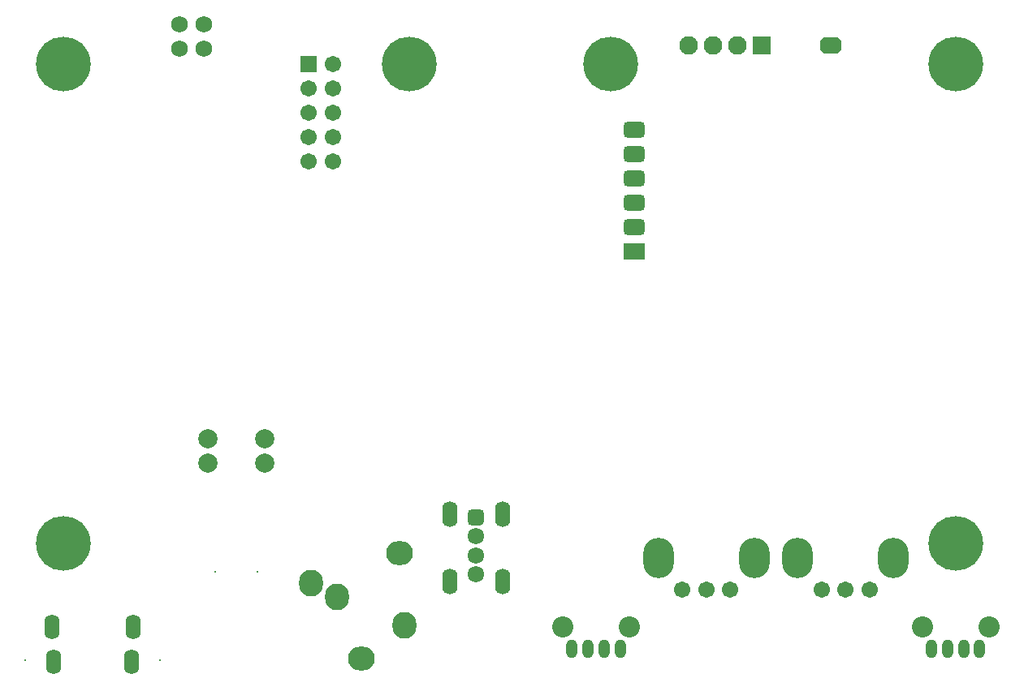
<source format=gbs>
G04 Layer_Color=8150272*
%FSLAX25Y25*%
%MOIN*%
G70*
G01*
G75*
%ADD71C,0.22453*%
G04:AMPARAMS|DCode=72|XSize=68mil|YSize=88mil|CornerRadius=19mil|HoleSize=0mil|Usage=FLASHONLY|Rotation=90.000|XOffset=0mil|YOffset=0mil|HoleType=Round|Shape=RoundedRectangle|*
%AMROUNDEDRECTD72*
21,1,0.06800,0.05000,0,0,90.0*
21,1,0.03000,0.08800,0,0,90.0*
1,1,0.03800,0.02500,0.01500*
1,1,0.03800,0.02500,-0.01500*
1,1,0.03800,-0.02500,-0.01500*
1,1,0.03800,-0.02500,0.01500*
%
%ADD72ROUNDEDRECTD72*%
%ADD73R,0.08800X0.06800*%
G04:AMPARAMS|DCode=74|XSize=67.84mil|YSize=67.84mil|CornerRadius=18.96mil|HoleSize=0mil|Usage=FLASHONLY|Rotation=0.000|XOffset=0mil|YOffset=0mil|HoleType=Round|Shape=RoundedRectangle|*
%AMROUNDEDRECTD74*
21,1,0.06784,0.02992,0,0,0.0*
21,1,0.02992,0.06784,0,0,0.0*
1,1,0.03792,0.01496,-0.01496*
1,1,0.03792,-0.01496,-0.01496*
1,1,0.03792,-0.01496,0.01496*
1,1,0.03792,0.01496,0.01496*
%
%ADD74ROUNDEDRECTD74*%
%ADD75C,0.06784*%
%ADD76O,0.06312X0.10642*%
G04:AMPARAMS|DCode=77|XSize=68mil|YSize=88mil|CornerRadius=0mil|HoleSize=0mil|Usage=FLASHONLY|Rotation=90.000|XOffset=0mil|YOffset=0mil|HoleType=Round|Shape=Octagon|*
%AMOCTAGOND77*
4,1,8,-0.04400,-0.01700,-0.04400,0.01700,-0.02700,0.03400,0.02700,0.03400,0.04400,0.01700,0.04400,-0.01700,0.02700,-0.03400,-0.02700,-0.03400,-0.04400,-0.01700,0.0*
%
%ADD77OCTAGOND77*%

%ADD78O,0.11036X0.09855*%
%ADD79O,0.09855X0.11036*%
%ADD80C,0.07690*%
%ADD81R,0.07690X0.07690*%
%ADD82C,0.08674*%
%ADD83O,0.04737X0.07690*%
%ADD84C,0.06800*%
%ADD85C,0.06706*%
%ADD86O,0.12611X0.16548*%
%ADD87O,0.06312X0.10249*%
%ADD88C,0.00800*%
%ADD89C,0.07887*%
%ADD90R,0.06706X0.06706*%
D71*
X488189Y153543D02*
D03*
X122047D02*
D03*
Y350394D02*
D03*
X263779D02*
D03*
X346457D02*
D03*
X488189D02*
D03*
D72*
X356299Y323622D02*
D03*
Y313622D02*
D03*
Y303622D02*
D03*
Y293622D02*
D03*
Y283622D02*
D03*
D73*
Y273622D02*
D03*
D74*
X291338Y164291D02*
D03*
D75*
Y156417D02*
D03*
Y148543D02*
D03*
Y140669D02*
D03*
D76*
X280571Y137795D02*
D03*
X302106D02*
D03*
Y165354D02*
D03*
X280571D02*
D03*
D77*
X436791Y358268D02*
D03*
D78*
X244094Y106299D02*
D03*
X259842Y149606D02*
D03*
D79*
X223622Y137008D02*
D03*
X234252Y131496D02*
D03*
X261811Y119685D02*
D03*
D80*
X378701Y358268D02*
D03*
X388701D02*
D03*
X398701D02*
D03*
D81*
X408701D02*
D03*
D82*
X474409Y119134D02*
D03*
X501968D02*
D03*
X326772D02*
D03*
X354331D02*
D03*
D83*
X478346Y110236D02*
D03*
X498032D02*
D03*
X484744D02*
D03*
X491634D02*
D03*
X330709D02*
D03*
X350394D02*
D03*
X337106D02*
D03*
X343996D02*
D03*
D84*
X179449Y366772D02*
D03*
Y356772D02*
D03*
X169449D02*
D03*
Y366772D02*
D03*
D85*
X452756Y134646D02*
D03*
X442913D02*
D03*
X433071D02*
D03*
X395669D02*
D03*
X385827D02*
D03*
X375984D02*
D03*
X232441Y350394D02*
D03*
X222441Y340394D02*
D03*
X232441D02*
D03*
X222441Y330394D02*
D03*
X232441D02*
D03*
X222441Y320394D02*
D03*
X232441D02*
D03*
X222441Y310394D02*
D03*
X232441D02*
D03*
D86*
X462598Y147638D02*
D03*
X423228D02*
D03*
X405512D02*
D03*
X366142D02*
D03*
D87*
X117972Y104724D02*
D03*
X149744D02*
D03*
X150531Y119291D02*
D03*
X117185D02*
D03*
D88*
X106299Y105512D02*
D03*
X161417D02*
D03*
X201575Y141732D02*
D03*
X184252D02*
D03*
D89*
X204527Y186614D02*
D03*
X181299D02*
D03*
X204527Y196457D02*
D03*
X181299D02*
D03*
D90*
X222441Y350394D02*
D03*
M02*

</source>
